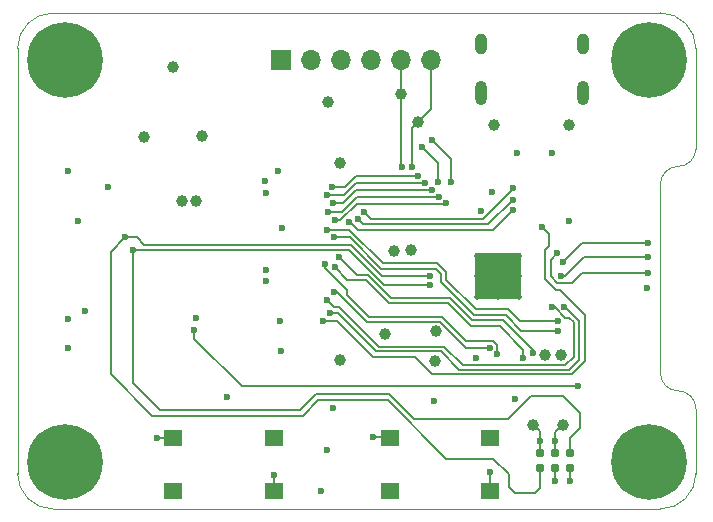
<source format=gbr>
%TF.GenerationSoftware,KiCad,Pcbnew,8.0.1-rc1*%
%TF.CreationDate,2024-04-16T22:30:49-06:00*%
%TF.ProjectId,bitaxe-ESP-OLED,62697461-7865-42d4-9553-502d4f4c4544,rev?*%
%TF.SameCoordinates,Original*%
%TF.FileFunction,Copper,L1,Top*%
%TF.FilePolarity,Positive*%
%FSLAX46Y46*%
G04 Gerber Fmt 4.6, Leading zero omitted, Abs format (unit mm)*
G04 Created by KiCad (PCBNEW 8.0.1-rc1) date 2024-04-16 22:30:49*
%MOMM*%
%LPD*%
G01*
G04 APERTURE LIST*
%TA.AperFunction,SMDPad,CuDef*%
%ADD10C,1.000000*%
%TD*%
%TA.AperFunction,ConnectorPad*%
%ADD11C,0.787400*%
%TD*%
%TA.AperFunction,SMDPad,CuDef*%
%ADD12R,1.550000X1.400000*%
%TD*%
%TA.AperFunction,ComponentPad*%
%ADD13C,0.800000*%
%TD*%
%TA.AperFunction,ComponentPad*%
%ADD14C,6.400000*%
%TD*%
%TA.AperFunction,ComponentPad*%
%ADD15O,1.000000X1.800000*%
%TD*%
%TA.AperFunction,ComponentPad*%
%ADD16O,1.000000X2.100000*%
%TD*%
%TA.AperFunction,HeatsinkPad*%
%ADD17C,0.500000*%
%TD*%
%TA.AperFunction,HeatsinkPad*%
%ADD18R,4.000000X4.000000*%
%TD*%
%TA.AperFunction,ComponentPad*%
%ADD19R,1.700000X1.700000*%
%TD*%
%TA.AperFunction,ComponentPad*%
%ADD20O,1.700000X1.700000*%
%TD*%
%TA.AperFunction,ViaPad*%
%ADD21C,0.600000*%
%TD*%
%TA.AperFunction,ViaPad*%
%ADD22C,1.000000*%
%TD*%
%TA.AperFunction,Conductor*%
%ADD23C,0.200000*%
%TD*%
%TA.AperFunction,Profile*%
%ADD24C,0.100000*%
%TD*%
G04 APERTURE END LIST*
D10*
%TO.P,TP7,1,1*%
%TO.N,/P_RX*%
X173250000Y-96850000D03*
%TD*%
%TO.P,TP6,1,1*%
%TO.N,/P_TX*%
X175750000Y-96850000D03*
%TD*%
%TO.P,TP4,1,1*%
%TO.N,/GPIO2*%
X163450000Y-71250000D03*
%TD*%
%TO.P,TP3,1,1*%
%TO.N,/GPIO1*%
X162050000Y-68850000D03*
%TD*%
D11*
%TO.P,J3,1,Pin_1*%
%TO.N,/RESET*%
X176355000Y-99285000D03*
%TO.P,J3,2,Pin_2*%
%TO.N,/3V3*%
X176355000Y-100555000D03*
%TO.P,J3,3,Pin_3*%
%TO.N,/P_TX*%
X175085000Y-99285000D03*
%TO.P,J3,4,Pin_4*%
%TO.N,GND*%
X175085000Y-100555000D03*
%TO.P,J3,5,Pin_5*%
%TO.N,/P_RX*%
X173815000Y-99285000D03*
%TO.P,J3,6,Pin_6*%
%TO.N,/GPIO0*%
X173815000Y-100555000D03*
%TD*%
D12*
%TO.P,SW4,1*%
%TO.N,GND*%
X161100000Y-97950000D03*
%TO.P,SW4,2*%
%TO.N,/UI2*%
X169600000Y-102450000D03*
%TO.P,SW4,3*%
%TO.N,N/C*%
X169600000Y-97950000D03*
%TO.P,SW4,4*%
X161100000Y-102450000D03*
%TD*%
%TO.P,SW2,1*%
%TO.N,GND*%
X142750000Y-97950000D03*
%TO.P,SW2,2*%
%TO.N,/UI1*%
X151250000Y-102450000D03*
%TO.P,SW2,3*%
%TO.N,N/C*%
X151250000Y-97950000D03*
%TO.P,SW2,4*%
X142750000Y-102450000D03*
%TD*%
D13*
%TO.P,H1,1*%
%TO.N,N/C*%
X131173000Y-66000000D03*
X131875944Y-64302944D03*
X131875944Y-67697056D03*
X133573000Y-63600000D03*
D14*
X133573000Y-66000000D03*
D13*
X133573000Y-68400000D03*
X135270056Y-64302944D03*
X135270056Y-67697056D03*
X135973000Y-66000000D03*
%TD*%
%TO.P,H3,1*%
%TO.N,N/C*%
X131173000Y-100000000D03*
X131875944Y-98302944D03*
X131875944Y-101697056D03*
X133573000Y-97600000D03*
D14*
X133573000Y-100000000D03*
D13*
X133573000Y-102400000D03*
X135270056Y-98302944D03*
X135270056Y-101697056D03*
X135973000Y-100000000D03*
%TD*%
%TO.P,H2,1*%
%TO.N,N/C*%
X180600000Y-66000000D03*
X181302944Y-64302944D03*
X181302944Y-67697056D03*
X183000000Y-63600000D03*
D14*
X183000000Y-66000000D03*
D13*
X183000000Y-68400000D03*
X184697056Y-64302944D03*
X184697056Y-67697056D03*
X185400000Y-66000000D03*
%TD*%
%TO.P,H4,1*%
%TO.N,N/C*%
X180600000Y-100000000D03*
X181302944Y-98302944D03*
X181302944Y-101697056D03*
X183000000Y-97600000D03*
D14*
X183000000Y-100000000D03*
D13*
X183000000Y-102400000D03*
X184697056Y-98302944D03*
X184697056Y-101697056D03*
X185400000Y-100000000D03*
%TD*%
D15*
%TO.P,J2,S1,SHIELD*%
%TO.N,GND*%
X168780000Y-64625000D03*
D16*
X168780000Y-68805000D03*
D15*
X177420000Y-64625000D03*
D16*
X177420000Y-68805000D03*
%TD*%
D17*
%TO.P,U2,57,PAD*%
%TO.N,GND*%
X168500000Y-82550000D03*
X168500000Y-84300000D03*
X168500000Y-86050000D03*
X170250000Y-82550000D03*
X170250000Y-84300000D03*
D18*
X170250000Y-84300000D03*
D17*
X170250000Y-86050000D03*
X172000000Y-82550000D03*
X172000000Y-84300000D03*
X172000000Y-86050000D03*
%TD*%
D19*
%TO.P,J1,1,Pin_1*%
%TO.N,/5V_BAP*%
X151900000Y-66000000D03*
D20*
%TO.P,J1,2,Pin_2*%
%TO.N,GND*%
X154440000Y-66000000D03*
%TO.P,J1,3,Pin_3*%
%TO.N,/BAP_TX*%
X156980000Y-66000000D03*
%TO.P,J1,4,Pin_4*%
%TO.N,/BAP_RX*%
X159520000Y-66000000D03*
%TO.P,J1,5,Pin_5*%
%TO.N,/GPIO1*%
X162060000Y-66000000D03*
%TO.P,J1,6,Pin_6*%
%TO.N,/GPIO2*%
X164600000Y-66000000D03*
%TD*%
D21*
%TO.N,/LCD_BLK*%
X144550000Y-88850000D03*
X177000000Y-93600000D03*
%TO.N,/TP_RESET*%
X174000000Y-80150000D03*
%TO.N,/BAP_RX*%
X164650000Y-72750000D03*
%TO.N,/BAP_TX*%
X163800000Y-73350000D03*
X165200000Y-76300000D03*
%TO.N,/BAP_RX*%
X166300000Y-76300000D03*
%TO.N,/P_RX*%
X173800000Y-98250000D03*
%TO.N,/P_TX*%
X175100000Y-98250000D03*
%TO.N,/3V3*%
X176350000Y-101600000D03*
%TO.N,GND*%
X175100000Y-101600000D03*
X134700000Y-79600000D03*
X150600000Y-77250000D03*
X164815000Y-94900000D03*
D22*
X145200000Y-72400000D03*
D21*
X169700000Y-77200000D03*
X151800000Y-88050000D03*
X155750000Y-99000000D03*
X171650000Y-94670000D03*
X159650000Y-97900000D03*
X141400000Y-97950000D03*
D22*
X140250000Y-72500000D03*
X142700000Y-66550000D03*
D21*
X133800000Y-75350000D03*
X174850000Y-73900000D03*
X171850000Y-73900000D03*
X151950000Y-80250000D03*
X182900000Y-85250000D03*
X144650000Y-87850000D03*
D22*
X156850000Y-74700000D03*
D21*
X176250000Y-79650000D03*
X168400000Y-91200000D03*
X133800000Y-90350000D03*
X151650000Y-75350000D03*
D22*
X175550000Y-90950000D03*
X160700000Y-89200000D03*
D21*
X133800000Y-87900000D03*
D22*
X156850000Y-91350000D03*
D21*
X150600000Y-83750000D03*
D22*
X161450000Y-82150000D03*
D21*
X151900000Y-90600000D03*
D22*
%TO.N,/VBUS*%
X176300000Y-71450000D03*
X169900000Y-71450000D03*
X155850000Y-69550000D03*
D21*
%TO.N,/RESET*%
X164500000Y-85050000D03*
X139350000Y-82050000D03*
%TO.N,/UI1*%
X151250000Y-101150000D03*
%TO.N,/UI2*%
X169600000Y-100900000D03*
%TO.N,/3V3*%
X137200000Y-76700000D03*
X155220000Y-102500000D03*
D22*
X162850000Y-82100000D03*
X174250000Y-91000000D03*
X165005971Y-88950000D03*
D21*
X150600000Y-84700000D03*
D22*
X144650000Y-77900000D03*
D21*
X150550000Y-76250000D03*
X156250000Y-95450000D03*
D22*
X143500000Y-77900000D03*
D21*
X135250000Y-87200000D03*
D22*
X164900000Y-91450000D03*
D21*
X147300000Y-94550000D03*
X168800000Y-78800000D03*
%TO.N,/GPIO0*%
X164500000Y-84250000D03*
X138700000Y-81000000D03*
%TO.N,/I2C_SCL*%
X157600000Y-79699997D03*
X171500000Y-78700000D03*
%TO.N,/I2C_SCK*%
X158369222Y-79480223D03*
X171500000Y-77800000D03*
%TO.N,/TP_INT*%
X158900811Y-78882380D03*
X171500000Y-76850000D03*
%TO.N,/SPI_CS*%
X175739951Y-83075735D03*
X182950000Y-81450000D03*
%TO.N,/SPI_Q*%
X182950000Y-82700000D03*
X175574265Y-84275735D03*
%TO.N,/SPI_WP*%
X175284597Y-82349023D03*
X182950000Y-84000000D03*
%TO.N,/LCD_D5*%
X169591469Y-90346804D03*
X156400000Y-85600000D03*
%TO.N,/LCD_WR*%
X165250000Y-77550000D03*
X155874265Y-78874265D03*
%TO.N,/LCD_D2*%
X156750000Y-82650000D03*
X173217157Y-90832843D03*
%TO.N,/LCD_D3*%
X156450000Y-83550000D03*
X172400000Y-91200000D03*
%TO.N,/LCD_D4*%
X170191469Y-90906468D03*
X155607108Y-83292892D03*
%TO.N,/LCD_CS*%
X164050000Y-76400000D03*
X155750000Y-77450000D03*
%TO.N,/LCD_D0*%
X155800000Y-80350000D03*
X175299264Y-88099264D03*
%TO.N,/LCD_D6*%
X174838815Y-86937935D03*
X155800000Y-86300000D03*
%TO.N,/TP_RESET*%
X155450000Y-88050000D03*
%TO.N,/LCD_DC*%
X156250000Y-78100000D03*
X164650000Y-77000000D03*
%TO.N,/LCD_RD*%
X156450000Y-79550000D03*
X165825078Y-78115687D03*
%TO.N,/LCD_D1*%
X175323529Y-88923529D03*
X156400000Y-81000000D03*
%TO.N,/LCD_D7*%
X155988140Y-87450000D03*
X175850000Y-86900000D03*
%TO.N,/LCD_RES*%
X163450000Y-75800000D03*
X156200000Y-76700000D03*
%TO.N,/GPIO2*%
X163000000Y-75050000D03*
%TO.N,/GPIO1*%
X162150000Y-75050000D03*
%TD*%
D23*
%TO.N,/BAP_RX*%
X166300000Y-74400000D02*
X166300000Y-76300000D01*
X164650000Y-72750000D02*
X166300000Y-74400000D01*
%TO.N,/BAP_TX*%
X165200000Y-74750000D02*
X165200000Y-76300000D01*
X163800000Y-73350000D02*
X165200000Y-74750000D01*
%TO.N,/RESET*%
X176355000Y-97995000D02*
X176355000Y-99285000D01*
X177200000Y-97150000D02*
X176355000Y-97995000D01*
X175750000Y-94450000D02*
X177200000Y-95900000D01*
X173000000Y-94450000D02*
X175750000Y-94450000D01*
X171100000Y-96350000D02*
X173000000Y-94450000D01*
X177200000Y-95900000D02*
X177200000Y-97150000D01*
X163100000Y-96350000D02*
X171100000Y-96350000D01*
X161050000Y-94300000D02*
X163100000Y-96350000D01*
X153500000Y-95600000D02*
X154800000Y-94300000D01*
X154800000Y-94300000D02*
X161050000Y-94300000D01*
X141600000Y-95600000D02*
X153500000Y-95600000D01*
X139350000Y-93350000D02*
X141600000Y-95600000D01*
X139350000Y-82050000D02*
X139350000Y-93350000D01*
X157631372Y-82050000D02*
X160631372Y-85050000D01*
X160631372Y-85050000D02*
X164500000Y-85050000D01*
X139350000Y-82050000D02*
X157631372Y-82050000D01*
%TO.N,/GPIO0*%
X160400000Y-84250000D02*
X164500000Y-84250000D01*
X157800000Y-81650000D02*
X160400000Y-84250000D01*
X139650000Y-81000000D02*
X140300000Y-81650000D01*
X140300000Y-81650000D02*
X157800000Y-81650000D01*
X138700000Y-81000000D02*
X139650000Y-81000000D01*
X173815000Y-102235000D02*
X173815000Y-100555000D01*
X173400000Y-102650000D02*
X173815000Y-102235000D01*
X171650000Y-102650000D02*
X173400000Y-102650000D01*
X171150000Y-102150000D02*
X171650000Y-102650000D01*
X169850000Y-99750000D02*
X171150000Y-101050000D01*
X155000000Y-94800000D02*
X160900000Y-94800000D01*
X140950000Y-96100000D02*
X153700000Y-96100000D01*
X137450000Y-82250000D02*
X137450000Y-92600000D01*
X171150000Y-101050000D02*
X171150000Y-102150000D01*
X160900000Y-94800000D02*
X165850000Y-99750000D01*
X165850000Y-99750000D02*
X169850000Y-99750000D01*
X137450000Y-92600000D02*
X140950000Y-96100000D01*
X153700000Y-96100000D02*
X155000000Y-94800000D01*
X138700000Y-81000000D02*
X137450000Y-82250000D01*
%TO.N,/LCD_BLK*%
X144550000Y-89600000D02*
X144550000Y-88850000D01*
X148550000Y-93600000D02*
X144550000Y-89600000D01*
X177000000Y-93600000D02*
X148550000Y-93600000D01*
%TO.N,/TP_RESET*%
X156650000Y-88050000D02*
X155450000Y-88050000D01*
X159700000Y-91100000D02*
X156650000Y-88050000D01*
X163200000Y-91100000D02*
X159700000Y-91100000D01*
X164700000Y-92600000D02*
X163200000Y-91100000D01*
X176500000Y-92600000D02*
X164700000Y-92600000D01*
X177600000Y-91500000D02*
X176500000Y-92600000D01*
X177600000Y-87550000D02*
X177600000Y-91500000D01*
X175500000Y-85450000D02*
X177600000Y-87550000D01*
X174250000Y-82050000D02*
X174250000Y-84550000D01*
X174250000Y-84550000D02*
X175150000Y-85450000D01*
X174550000Y-81750000D02*
X174250000Y-82050000D01*
X174550000Y-80700000D02*
X174550000Y-81750000D01*
X174000000Y-80150000D02*
X174550000Y-80700000D01*
X175150000Y-85450000D02*
X175500000Y-85450000D01*
%TO.N,/LCD_D7*%
X156700000Y-87450000D02*
X155988140Y-87450000D01*
X165400000Y-90650000D02*
X159900000Y-90650000D01*
X159900000Y-90650000D02*
X156700000Y-87450000D01*
X176250000Y-92200000D02*
X166950000Y-92200000D01*
X166950000Y-92200000D02*
X165400000Y-90650000D01*
X177100000Y-88085785D02*
X177100000Y-91350000D01*
X175914215Y-86900000D02*
X177100000Y-88085785D01*
X177100000Y-91350000D02*
X176250000Y-92200000D01*
X175850000Y-86900000D02*
X175914215Y-86900000D01*
%TO.N,/LCD_D6*%
X156400000Y-86900000D02*
X155800000Y-86300000D01*
X156800000Y-86900000D02*
X156400000Y-86900000D01*
X160150000Y-90250000D02*
X156800000Y-86900000D01*
X165700000Y-90250000D02*
X160150000Y-90250000D01*
X175950000Y-91800000D02*
X167250000Y-91800000D01*
X176650000Y-91100000D02*
X175950000Y-91800000D01*
X176650000Y-88201471D02*
X176650000Y-91100000D01*
X175950000Y-87850000D02*
X176298529Y-87850000D01*
X175037935Y-86937935D02*
X175950000Y-87850000D01*
X176298529Y-87850000D02*
X176650000Y-88201471D01*
X174838815Y-86937935D02*
X175037935Y-86937935D01*
X167250000Y-91800000D02*
X165700000Y-90250000D01*
%TO.N,/I2C_SCL*%
X157740467Y-79699997D02*
X157600000Y-79699997D01*
X158390470Y-80350000D02*
X157740467Y-79699997D01*
X171500000Y-78700000D02*
X169850000Y-80350000D01*
X169850000Y-80350000D02*
X158390470Y-80350000D01*
%TO.N,/I2C_SCK*%
X171500000Y-77800000D02*
X169400000Y-79900000D01*
X169400000Y-79900000D02*
X158788999Y-79900000D01*
X158788999Y-79900000D02*
X158369222Y-79480223D01*
%TO.N,/TP_INT*%
X159468431Y-79450000D02*
X158900811Y-78882380D01*
X168998529Y-79450000D02*
X159468431Y-79450000D01*
X169400000Y-79048529D02*
X168998529Y-79450000D01*
X169400000Y-79000000D02*
X169400000Y-79048529D01*
X171500000Y-76900000D02*
X169400000Y-79000000D01*
X171500000Y-76850000D02*
X171500000Y-76900000D01*
%TO.N,/P_TX*%
X175100000Y-98250000D02*
X175100000Y-97500000D01*
X175100000Y-97500000D02*
X175750000Y-96850000D01*
%TO.N,/P_RX*%
X173800000Y-98250000D02*
X173800000Y-97400000D01*
X173800000Y-97400000D02*
X173250000Y-96850000D01*
%TO.N,/GPIO2*%
X164600000Y-70100000D02*
X164600000Y-66000000D01*
X162950000Y-71750000D02*
X164600000Y-70100000D01*
X162950000Y-75000000D02*
X162950000Y-71750000D01*
X163000000Y-75050000D02*
X162950000Y-75000000D01*
%TO.N,/P_RX*%
X173815000Y-98265000D02*
X173800000Y-98250000D01*
X173815000Y-99285000D02*
X173815000Y-98265000D01*
%TO.N,/P_TX*%
X175085000Y-98265000D02*
X175100000Y-98250000D01*
X175085000Y-99285000D02*
X175085000Y-98265000D01*
%TO.N,/3V3*%
X176350000Y-100560000D02*
X176355000Y-100555000D01*
X176350000Y-101600000D02*
X176350000Y-100560000D01*
%TO.N,GND*%
X175085000Y-101585000D02*
X175100000Y-101600000D01*
X175085000Y-100555000D02*
X175085000Y-101585000D01*
X161100000Y-97900000D02*
X159650000Y-97900000D01*
X142750000Y-97950000D02*
X141400000Y-97950000D01*
%TO.N,/UI1*%
X151250000Y-101150000D02*
X151250000Y-102450000D01*
%TO.N,/UI2*%
X169600000Y-100900000D02*
X169600000Y-102450000D01*
%TO.N,/SPI_CS*%
X177365686Y-81450000D02*
X182950000Y-81450000D01*
X175739951Y-83075735D02*
X177365686Y-81450000D01*
%TO.N,/SPI_Q*%
X175574265Y-84275735D02*
X175924265Y-84275735D01*
X177500000Y-82700000D02*
X182950000Y-82700000D01*
X175924265Y-84275735D02*
X177500000Y-82700000D01*
%TO.N,/SPI_WP*%
X175275735Y-84875735D02*
X174700000Y-84300000D01*
X176524265Y-84875735D02*
X175275735Y-84875735D01*
X182950000Y-84000000D02*
X177400000Y-84000000D01*
X174700000Y-84300000D02*
X174700000Y-82933620D01*
X174700000Y-82933620D02*
X175284597Y-82349023D01*
X177400000Y-84000000D02*
X176524265Y-84875735D01*
%TO.N,/LCD_D5*%
X156600000Y-85600000D02*
X159150000Y-88150000D01*
X165350000Y-88150000D02*
X167546804Y-90346804D01*
X167546804Y-90346804D02*
X169591469Y-90346804D01*
X159150000Y-88150000D02*
X165350000Y-88150000D01*
X156400000Y-85600000D02*
X156600000Y-85600000D01*
%TO.N,/LCD_WR*%
X165200000Y-77600000D02*
X165250000Y-77550000D01*
X158284314Y-77600000D02*
X165200000Y-77600000D01*
X155874265Y-78874265D02*
X157010049Y-78874265D01*
X157010049Y-78874265D02*
X158284314Y-77600000D01*
%TO.N,/LCD_D2*%
X170700000Y-88000000D02*
X173217157Y-90517157D01*
X156750000Y-82650000D02*
X158300000Y-84200000D01*
X173217157Y-90517157D02*
X173217157Y-90832843D01*
X159215686Y-84200000D02*
X161165686Y-86150000D01*
X168065686Y-88000000D02*
X170700000Y-88000000D01*
X161165686Y-86150000D02*
X166215686Y-86150000D01*
X166215686Y-86150000D02*
X168065686Y-88000000D01*
X158300000Y-84200000D02*
X159215686Y-84200000D01*
%TO.N,/LCD_D3*%
X159050000Y-84600000D02*
X157500000Y-84600000D01*
X157500000Y-84600000D02*
X156450000Y-83550000D01*
X172400000Y-91200000D02*
X172400000Y-90500000D01*
X172400000Y-90500000D02*
X170400000Y-88500000D01*
X161000000Y-86550000D02*
X159050000Y-84600000D01*
X170400000Y-88500000D02*
X168000000Y-88500000D01*
X168000000Y-88500000D02*
X166050000Y-86550000D01*
X166050000Y-86550000D02*
X161000000Y-86550000D01*
%TO.N,/LCD_D4*%
X169839998Y-89746804D02*
X170191469Y-90098275D01*
X155607108Y-83292892D02*
X155607108Y-83600000D01*
X167512490Y-89746804D02*
X169839998Y-89746804D01*
X159315686Y-87750000D02*
X165515686Y-87750000D01*
X157450000Y-85442892D02*
X157450000Y-85884314D01*
X170191469Y-90098275D02*
X170191469Y-90906468D01*
X165515686Y-87750000D02*
X167512490Y-89746804D01*
X155607108Y-83600000D02*
X157450000Y-85442892D01*
X157450000Y-85884314D02*
X159315686Y-87750000D01*
%TO.N,/LCD_CS*%
X158250000Y-76400000D02*
X164050000Y-76400000D01*
X157200000Y-77450000D02*
X158250000Y-76400000D01*
X155750000Y-77450000D02*
X157200000Y-77450000D01*
%TO.N,/LCD_D0*%
X171100000Y-87100000D02*
X172099264Y-88099264D01*
X155800000Y-80350000D02*
X157650000Y-80350000D01*
X165850000Y-83934314D02*
X165850000Y-84600000D01*
X160500000Y-83200000D02*
X165115686Y-83200000D01*
X157650000Y-80350000D02*
X160500000Y-83200000D01*
X165850000Y-84600000D02*
X168350000Y-87100000D01*
X172099264Y-88099264D02*
X175299264Y-88099264D01*
X165115686Y-83200000D02*
X165850000Y-83934314D01*
X168350000Y-87100000D02*
X171100000Y-87100000D01*
%TO.N,/LCD_DC*%
X156250000Y-78100000D02*
X157150000Y-78100000D01*
X158250000Y-77000000D02*
X164650000Y-77000000D01*
X157150000Y-78100000D02*
X158250000Y-77000000D01*
%TO.N,/LCD_RD*%
X158300000Y-78150000D02*
X165790765Y-78150000D01*
X156900000Y-79550000D02*
X158300000Y-78150000D01*
X165790765Y-78150000D02*
X165825078Y-78115687D01*
X156450000Y-79550000D02*
X156900000Y-79550000D01*
%TO.N,/LCD_D1*%
X170900000Y-87600000D02*
X172223529Y-88923529D01*
X165450000Y-84818628D02*
X168231372Y-87600000D01*
X168231372Y-87600000D02*
X170900000Y-87600000D01*
X157715686Y-81000000D02*
X160365686Y-83650000D01*
X172223529Y-88923529D02*
X175323529Y-88923529D01*
X165000000Y-83650000D02*
X165450000Y-84100000D01*
X165450000Y-84100000D02*
X165450000Y-84818628D01*
X160365686Y-83650000D02*
X165000000Y-83650000D01*
X156400000Y-81000000D02*
X157715686Y-81000000D01*
%TO.N,/LCD_RES*%
X157300000Y-76700000D02*
X158200000Y-75800000D01*
X156200000Y-76700000D02*
X157300000Y-76700000D01*
X158200000Y-75800000D02*
X163450000Y-75800000D01*
%TO.N,/GPIO1*%
X162060000Y-74960000D02*
X162060000Y-66000000D01*
X162150000Y-75050000D02*
X162060000Y-74960000D01*
%TD*%
D24*
X132573000Y-104000000D02*
G75*
G02*
X129573000Y-101000000I0J3000000D01*
G01*
X184000000Y-62000000D02*
X132573000Y-62000000D01*
X187000000Y-101000000D02*
G75*
G02*
X184000000Y-104000000I-3000000J0D01*
G01*
X132573000Y-104000000D02*
X184000000Y-104000000D01*
X184000000Y-76500000D02*
G75*
G02*
X185500000Y-75000000I1500000J0D01*
G01*
X184000000Y-62000000D02*
G75*
G02*
X187000000Y-65000000I0J-3000000D01*
G01*
X187000000Y-73500000D02*
X187000000Y-65000000D01*
X187000000Y-95500000D02*
X187000000Y-101000000D01*
X129573000Y-65000000D02*
X129573000Y-101000000D01*
X184000000Y-76500000D02*
X184000000Y-92500000D01*
X129573000Y-65000000D02*
G75*
G02*
X132573000Y-62000000I3000000J0D01*
G01*
X185500000Y-94000000D02*
G75*
G02*
X184000000Y-92500000I0J1500000D01*
G01*
X187000000Y-73500000D02*
G75*
G02*
X185500000Y-75000000I-1500000J0D01*
G01*
X185500000Y-94000000D02*
G75*
G02*
X187000000Y-95500000I0J-1500000D01*
G01*
M02*

</source>
